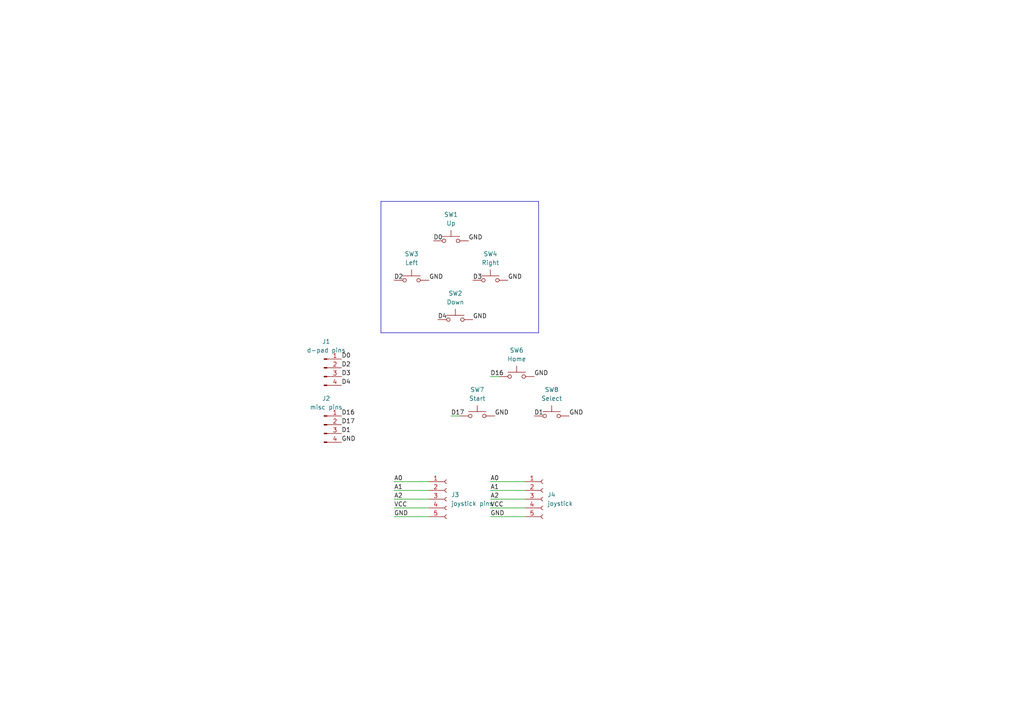
<source format=kicad_sch>
(kicad_sch (version 20231120) (generator "eeschema") (generator_version "8.0")
  (paper "A4")
  (lib_symbols
    (symbol "Connector:Conn_01x04_Pin" (pin_names (offset 1.016) hide)
      (property "Reference" "J" (at 0 5.08 0))
      (property "Value" "Conn_01x04_Pin" (at 0 -7.62 0))
      (symbol "Conn_01x04_Pin_1_1"
        (polyline (pts (xy 1.27 -5.08) (xy 0.8636 -5.08)) (stroke (width 0.1524)))
        (polyline (pts (xy 1.27 -2.54) (xy 0.8636 -2.54)) (stroke (width 0.1524)))
        (polyline (pts (xy 1.27 0) (xy 0.8636 0)) (stroke (width 0.1524)))
        (polyline (pts (xy 1.27 2.54) (xy 0.8636 2.54)) (stroke (width 0.1524)))
        (rectangle (start 0.8636 -4.953) (end 0 -5.207) (stroke (width 0.1524)) (fill (type outline)))
        (rectangle (start 0.8636 -2.413) (end 0 -2.667) (stroke (width 0.1524)) (fill (type outline)))
        (rectangle (start 0.8636 0.127) (end 0 -0.127) (stroke (width 0.1524)) (fill (type outline)))
        (rectangle (start 0.8636 2.667) (end 0 2.413) (stroke (width 0.1524)) (fill (type outline)))
        (pin passive line (at 5.08 2.54 180) (length 3.81) (name "Pin_1") (number "1"))
        (pin passive line (at 5.08 0 180) (length 3.81) (name "Pin_2") (number "2"))
        (pin passive line (at 5.08 -2.54 180) (length 3.81) (name "Pin_3") (number "3"))
        (pin passive line (at 5.08 -5.08 180) (length 3.81) (name "Pin_4") (number "4"))
      )
    )
    (symbol "Connector:Conn_01x05_Socket" (pin_names (offset 1.016) hide)
      (property "Reference" "J" (at 0 7.62 0))
      (property "Value" "Conn_01x05_Socket" (at 0 -7.62 0))
      (symbol "Conn_01x05_Socket_1_1"
        (arc (start 0 -4.572) (mid -0.5058 -5.08) (end 0 -5.588) (stroke (width 0.1524)))
        (arc (start 0 -2.032) (mid -0.5058 -2.54) (end 0 -3.048) (stroke (width 0.1524)))
        (polyline (pts (xy -1.27 -5.08) (xy -0.508 -5.08)) (stroke (width 0.1524)))
        (polyline (pts (xy -1.27 -2.54) (xy -0.508 -2.54)) (stroke (width 0.1524)))
        (polyline (pts (xy -1.27 0) (xy -0.508 0)) (stroke (width 0.1524)))
        (polyline (pts (xy -1.27 2.54) (xy -0.508 2.54)) (stroke (width 0.1524)))
        (polyline (pts (xy -1.27 5.08) (xy -0.508 5.08)) (stroke (width 0.1524)))
        (arc (start 0 0.508) (mid -0.5058 0) (end 0 -0.508) (stroke (width 0.1524)))
        (arc (start 0 3.048) (mid -0.5058 2.54) (end 0 2.032) (stroke (width 0.1524)))
        (arc (start 0 5.588) (mid -0.5058 5.08) (end 0 4.572) (stroke (width 0.1524)))
        (pin passive line (at -5.08 5.08 0) (length 3.81) (name "Pin_1") (number "1"))
        (pin passive line (at -5.08 2.54 0) (length 3.81) (name "Pin_2") (number "2"))
        (pin passive line (at -5.08 0 0) (length 3.81) (name "Pin_3") (number "3"))
        (pin passive line (at -5.08 -2.54 0) (length 3.81) (name "Pin_4") (number "4"))
        (pin passive line (at -5.08 -5.08 0) (length 3.81) (name "Pin_5") (number "5"))
      )
    )
    (symbol "Switch:SW_Push" (pin_numbers hide) (pin_names (offset 1.016) hide)
      (property "Reference" "SW" (at 1.27 2.54 0))
      (property "Value" "SW_Push" (at 0 -1.524 0))
      (symbol "SW_Push_0_1"
        (circle (center -2.032 0) (radius 0.508))
        (polyline (pts (xy 0 1.27) (xy 0 3.048)))
        (polyline (pts (xy 2.54 1.27) (xy -2.54 1.27)))
        (circle (center 2.032 0) (radius 0.508))
        (pin passive line (at -5.08 0 0) (length 2.54) (name "1") (number "1"))
        (pin passive line (at 5.08 0 180) (length 2.54) (name "2") (number "2"))
      )
    )
  )
  (wire (pts (xy 130.81 120.65) (xy 133.35 120.65)))
  (wire (pts (xy 152.4 142.24) (xy 142.24 142.24)))
  (wire (pts (xy 124.46 144.78) (xy 114.3 144.78)))
  (wire (pts (xy 124.46 139.7) (xy 114.3 139.7)))
  (polyline (pts (xy 110.49 58.42) (xy 110.49 96.52)))
  (wire (pts (xy 124.46 147.32) (xy 114.3 147.32)))
  (wire (pts (xy 124.46 142.24) (xy 114.3 142.24)))
  (wire (pts (xy 152.4 149.86) (xy 142.24 149.86)))
  (polyline (pts (xy 110.49 58.42) (xy 156.21 58.42)))
  (wire (pts (xy 152.4 139.7) (xy 142.24 139.7)))
  (wire (pts (xy 152.4 144.78) (xy 142.24 144.78)))
  (wire (pts (xy 152.4 147.32) (xy 142.24 147.32)))
  (wire (pts (xy 142.24 109.22) (xy 144.78 109.22)))
  (polyline (pts (xy 156.21 96.52) (xy 110.49 96.52)))
  (polyline (pts (xy 156.21 58.42) (xy 156.21 96.52)))
  (wire (pts (xy 124.46 149.86) (xy 114.3 149.86)))
  (label "GND" (at 137.16 92.71 0))
  (label "D1" (at 99.06 125.73 0))
  (label "D0" (at 125.73 69.85 0))
  (label "GND" (at 154.94 109.22 0))
  (label "GND" (at 165.1 120.65 0))
  (label "GND" (at 143.51 120.65 0))
  (label "D1" (at 154.94 120.65 0))
  (label "D2" (at 99.06 106.68 0))
  (label "A0" (at 142.24 139.7 0))
  (label "GND" (at 142.24 149.86 0))
  (label "D16" (at 142.24 109.22 0))
  (label "GND" (at 135.89 69.85 0))
  (label "D16" (at 99.06 120.65 0))
  (label "A1" (at 114.3 142.24 0))
  (label "GND" (at 114.3 149.86 0))
  (label "D4" (at 127 92.71 0))
  (label "GND" (at 147.32 81.28 0))
  (label "A2" (at 142.24 144.78 0))
  (label "VCC" (at 114.3 147.32 0))
  (label "D0" (at 99.06 104.14 0))
  (label "D2" (at 114.3 81.28 0))
  (label "D17" (at 99.06 123.19 0))
  (label "GND" (at 124.46 81.28 0))
  (label "D4" (at 99.06 111.76 0))
  (label "D3" (at 99.06 109.22 0))
  (label "A2" (at 114.3 144.78 0))
  (label "VCC" (at 142.24 147.32 0))
  (label "A0" (at 114.3 139.7 0))
  (label "D3" (at 137.16 81.28 0))
  (label "A1" (at 142.24 142.24 0))
  (label "D17" (at 130.81 120.65 0))
  (label "GND" (at 99.06 128.27 0))
  (symbol (lib_id "Switch:SW_Push") (at 130.81 69.85 0) (unit 1)
    (property "Reference" "SW1" (at 130.81 62.23 0))
    (property "Value" "Up" (at 130.81 64.77 0))
    (property "Footprint" "Downloads:SW_BUTT-2" (effects (hide yes)))
    (property "Description" "Push button switch, generic, two pins" (effects (hide yes)))
  )
  (symbol (lib_id "Connector:Conn_01x04_Pin") (at 93.98 106.68 0) (unit 1)
    (property "Reference" "J1" (at 94.615 99.06 0))
    (property "Value" "d-pad pins" (at 94.615 101.6 0))
    (property "Footprint" "Connector_PinSocket_2.54mm:PinSocket_1x04_P2.54mm_Vertical" (effects (hide yes)))
    (property "Description" "Generic connector, single row, 01x04, script generated" (effects (hide yes)))
  )
  (symbol (lib_id "Connector:Conn_01x05_Socket") (at 157.48 144.78 0) (unit 1)
    (property "Reference" "J4" (at 158.75 143.5099 0) (effects (justify left)))
    (property "Value" "joystick" (at 158.75 146.0499 0) (effects (justify left)))
    (property "Footprint" "Connector_PinSocket_2.54mm:PinSocket_1x05_P2.54mm_Vertical" (effects (hide yes)))
  )
  (symbol (lib_id "Switch:SW_Push") (at 142.24 81.28 0) (unit 1)
    (property "Reference" "SW4" (at 142.24 73.66 0))
    (property "Value" "Right" (at 142.24 76.2 0))
    (property "Footprint" "Downloads:SW_BUTT-2" (effects (hide yes)))
    (property "Description" "Push button switch, generic, two pins" (effects (hide yes)))
  )
  (symbol (lib_id "Switch:SW_Push") (at 149.86 109.22 0) (unit 1)
    (property "Reference" "SW6" (at 149.86 101.6 0))
    (property "Value" "Home" (at 149.86 104.14 0))
    (property "Footprint" "Downloads:SW_BUTT-2" (effects (hide yes)))
    (property "Description" "Push button switch, generic, two pins" (effects (hide yes)))
  )
  (symbol (lib_id "Switch:SW_Push") (at 160.02 120.65 0) (unit 1)
    (property "Reference" "SW8" (at 160.02 113.03 0))
    (property "Value" "Select" (at 160.02 115.57 0))
    (property "Footprint" "Downloads:SW_BUTT-2" (effects (hide yes)))
    (property "Description" "Push button switch, generic, two pins" (effects (hide yes)))
  )
  (symbol (lib_id "Switch:SW_Push") (at 119.38 81.28 0) (unit 1)
    (property "Reference" "SW3" (at 119.38 73.66 0))
    (property "Value" "Left" (at 119.38 76.2 0))
    (property "Footprint" "Downloads:SW_BUTT-2" (effects (hide yes)))
    (property "Description" "Push button switch, generic, two pins" (effects (hide yes)))
  )
  (symbol (lib_id "Switch:SW_Push") (at 132.08 92.71 0) (unit 1)
    (property "Reference" "SW2" (at 132.08 85.09 0))
    (property "Value" "Down" (at 132.08 87.63 0))
    (property "Footprint" "Downloads:SW_BUTT-2" (effects (hide yes)))
    (property "Description" "Push button switch, generic, two pins" (effects (hide yes)))
  )
  (symbol (lib_id "Switch:SW_Push") (at 138.43 120.65 0) (unit 1)
    (property "Reference" "SW7" (at 138.43 113.03 0))
    (property "Value" "Start" (at 138.43 115.57 0))
    (property "Footprint" "Downloads:SW_BUTT-2" (effects (hide yes)))
    (property "Description" "Push button switch, generic, two pins" (effects (hide yes)))
  )
  (symbol (lib_id "Connector:Conn_01x05_Socket") (at 129.54 144.78 0) (unit 1)
    (property "Reference" "J3" (at 130.81 143.5099 0) (effects (justify left)))
    (property "Value" "joystick pins" (at 130.81 146.0499 0) (effects (justify left)))
    (property "Footprint" "Connector_PinSocket_2.54mm:PinSocket_1x05_P2.54mm_Vertical" (effects (hide yes)))
  )
  (symbol (lib_id "Connector:Conn_01x04_Pin") (at 93.98 123.19 0) (unit 1)
    (property "Reference" "J2" (at 94.615 115.57 0))
    (property "Value" "misc pins" (at 94.615 118.11 0))
    (property "Footprint" "Connector_PinSocket_2.54mm:PinSocket_1x04_P2.54mm_Vertical" (effects (hide yes)))
    (property "Description" "Generic connector, single row, 01x04, script generated" (effects (hide yes)))
  )
)
</source>
